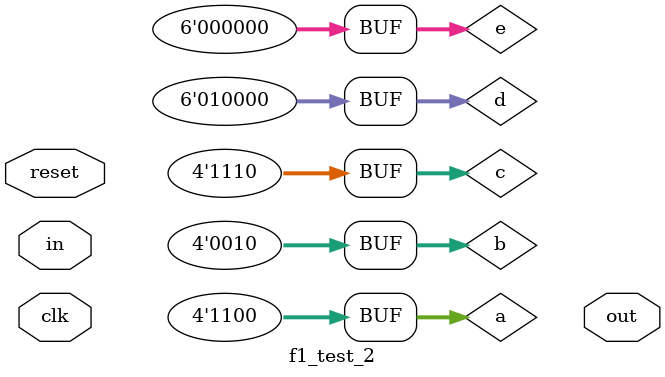
<source format=v>
module f1_test_2(in, out, clk, reset);
input in, reset;
output reg out;
input clk;
reg signed [3:0] a;
reg signed [3:0] b;
reg signed [3:0] c;
reg [5:0] d;
reg [5:0] e;
always @(clk or reset) begin
    a = -4;
    b = 2;
    c = a + b;
    d = a + b + c;
    d = d*d;
    if(b)
        e = d*d;
    else 
        e = d + d;
end
endmodule
</source>
